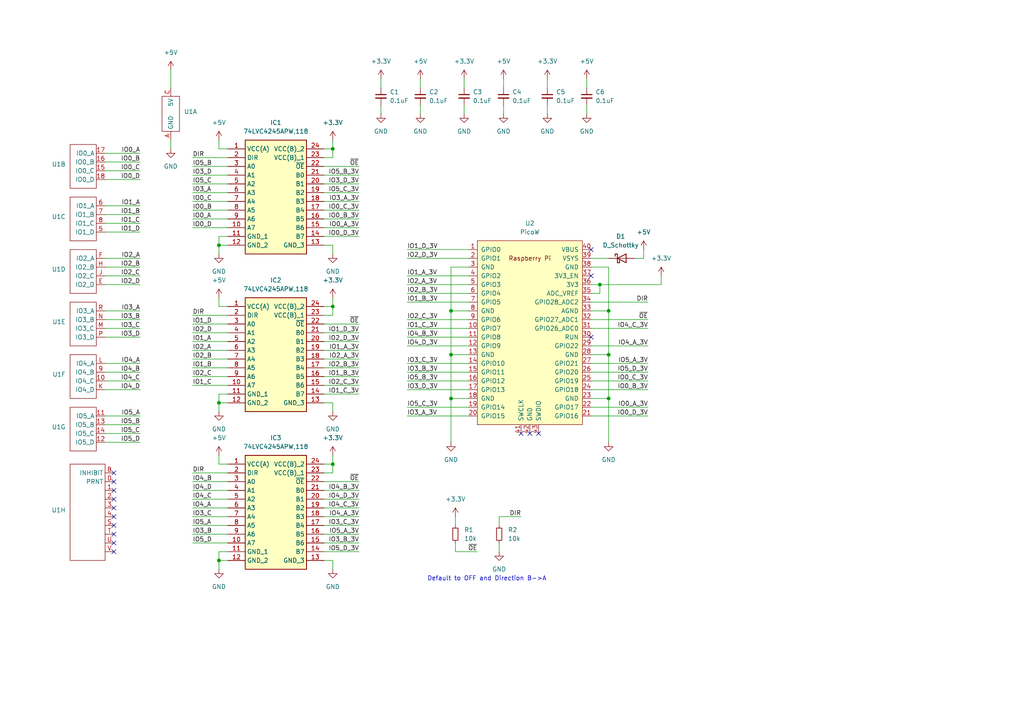
<source format=kicad_sch>
(kicad_sch (version 20231120) (generator "eeschema") (generator_version "8.0")
  (paper "A4")
  (title_block (title "HP 5x21 Interface (RPi Pico W Edition)") (date "2025-04-16") (rev "1.0") (company "alvarop.com"))
  (lib_symbols
    (symbol "Device:C_Small" (pin_numbers hide) (pin_names (offset 0.254) hide)
      (property "Reference" "C" (at 0.254 1.778 0))
      (property "Value" "C_Small" (at 0.254 -2.032 0))
      (symbol "C_Small_0_1"
        (polyline (pts (xy -1.524 -0.508) (xy 1.524 -0.508)) (stroke (width 0.3302)))
        (polyline (pts (xy -1.524 0.508) (xy 1.524 0.508)) (stroke (width 0.3048)))
      )
      (symbol "C_Small_1_1"
        (pin passive line (at 0 2.54 270) (length 2.032) (name "~") (number "1"))
        (pin passive line (at 0 -2.54 90) (length 2.032) (name "~") (number "2"))
      )
    )
    (symbol "Device:D_Schottky" (pin_numbers hide) (pin_names (offset 1.016) hide)
      (property "Reference" "D" (at 0 2.54 0))
      (property "Value" "D_Schottky" (at 0 -2.54 0))
      (symbol "D_Schottky_0_1"
        (polyline (pts (xy 1.27 0) (xy -1.27 0)))
        (polyline (pts (xy 1.27 1.27) (xy 1.27 -1.27) (xy -1.27 0) (xy 1.27 1.27)) (stroke (width 0.254)))
        (polyline (pts (xy -1.905 0.635) (xy -1.905 1.27) (xy -1.27 1.27) (xy -1.27 -1.27) (xy -0.635 -1.27) (xy -0.635 -0.635)) (stroke (width 0.254)))
      )
      (symbol "D_Schottky_1_1"
        (pin passive line (at -3.81 0 0) (length 2.54) (name "K") (number "1"))
        (pin passive line (at 3.81 0 180) (length 2.54) (name "A") (number "2"))
      )
    )
    (symbol "Device:R_Small" (pin_numbers hide) (pin_names (offset 0.254) hide)
      (property "Reference" "R" (at 0.762 0.508 0))
      (property "Value" "R_Small" (at 0.762 -1.016 0))
      (symbol "R_Small_0_1"
        (rectangle (start -0.762 1.778) (end 0.762 -1.778) (stroke (width 0.2032)))
      )
      (symbol "R_Small_1_1"
        (pin passive line (at 0 2.54 270) (length 0.762) (name "~") (number "1"))
        (pin passive line (at 0 -2.54 90) (length 0.762) (name "~") (number "2"))
      )
    )
    (symbol "RP2040:PicoW" (pin_names (offset 1.016))
      (property "Reference" "U" (at -13.97 27.94 0))
      (property "Value" "PicoW" (at 0 19.05 0))
      (symbol "PicoW_0_0"
        (text "Raspberry Pi" (at 0 21.59 0) (effects (font (size 1.27 1.27))))
      )
      (symbol "PicoW_0_1"
        (rectangle (start -15.24 26.67) (end 15.24 -26.67) (fill (type background)))
      )
      (symbol "PicoW_1_1"
        (pin bidirectional line (at -17.78 24.13 0) (length 2.54) (name "GPIO0") (number "1"))
        (pin bidirectional line (at -17.78 1.27 0) (length 2.54) (name "GPIO7") (number "10"))
        (pin bidirectional line (at -17.78 -1.27 0) (length 2.54) (name "GPIO8") (number "11"))
        (pin bidirectional line (at -17.78 -3.81 0) (length 2.54) (name "GPIO9") (number "12"))
        (pin power_in line (at -17.78 -6.35 0) (length 2.54) (name "GND") (number "13"))
        (pin bidirectional line (at -17.78 -8.89 0) (length 2.54) (name "GPIO10") (number "14"))
        (pin bidirectional line (at -17.78 -11.43 0) (length 2.54) (name "GPIO11") (number "15"))
        (pin bidirectional line (at -17.78 -13.97 0) (length 2.54) (name "GPIO12") (number "16"))
        (pin bidirectional line (at -17.78 -16.51 0) (length 2.54) (name "GPIO13") (number "17"))
        (pin power_in line (at -17.78 -19.05 0) (length 2.54) (name "GND") (number "18"))
        (pin bidirectional line (at -17.78 -21.59 0) (length 2.54) (name "GPIO14") (number "19"))
        (pin bidirectional line (at -17.78 21.59 0) (length 2.54) (name "GPIO1") (number "2"))
        (pin bidirectional line (at -17.78 -24.13 0) (length 2.54) (name "GPIO15") (number "20"))
        (pin bidirectional line (at 17.78 -24.13 180) (length 2.54) (name "GPIO16") (number "21"))
        (pin bidirectional line (at 17.78 -21.59 180) (length 2.54) (name "GPIO17") (number "22"))
        (pin power_in line (at 17.78 -19.05 180) (length 2.54) (name "GND") (number "23"))
        (pin bidirectional line (at 17.78 -16.51 180) (length 2.54) (name "GPIO18") (number "24"))
        (pin bidirectional line (at 17.78 -13.97 180) (length 2.54) (name "GPIO19") (number "25"))
        (pin bidirectional line (at 17.78 -11.43 180) (length 2.54) (name "GPIO20") (number "26"))
        (pin bidirectional line (at 17.78 -8.89 180) (length 2.54) (name "GPIO21") (number "27"))
        (pin power_in line (at 17.78 -6.35 180) (length 2.54) (name "GND") (number "28"))
        (pin bidirectional line (at 17.78 -3.81 180) (length 2.54) (name "GPIO22") (number "29"))
        (pin power_in line (at -17.78 19.05 0) (length 2.54) (name "GND") (number "3"))
        (pin input line (at 17.78 -1.27 180) (length 2.54) (name "RUN") (number "30"))
        (pin bidirectional line (at 17.78 1.27 180) (length 2.54) (name "GPIO26_ADC0") (number "31"))
        (pin bidirectional line (at 17.78 3.81 180) (length 2.54) (name "GPIO27_ADC1") (number "32"))
        (pin power_in line (at 17.78 6.35 180) (length 2.54) (name "AGND") (number "33"))
        (pin bidirectional line (at 17.78 8.89 180) (length 2.54) (name "GPIO28_ADC2") (number "34"))
        (pin unspecified line (at 17.78 11.43 180) (length 2.54) (name "ADC_VREF") (number "35"))
        (pin unspecified line (at 17.78 13.97 180) (length 2.54) (name "3V3") (number "36"))
        (pin input line (at 17.78 16.51 180) (length 2.54) (name "3V3_EN") (number "37"))
        (pin bidirectional line (at 17.78 19.05 180) (length 2.54) (name "GND") (number "38"))
        (pin unspecified line (at 17.78 21.59 180) (length 2.54) (name "VSYS") (number "39"))
        (pin bidirectional line (at -17.78 16.51 0) (length 2.54) (name "GPIO2") (number "4"))
        (pin unspecified line (at 17.78 24.13 180) (length 2.54) (name "VBUS") (number "40"))
        (pin input line (at -2.54 -29.21 90) (length 2.54) (name "SWCLK") (number "41"))
        (pin power_in line (at 0 -29.21 90) (length 2.54) (name "GND") (number "42"))
        (pin bidirectional line (at 2.54 -29.21 90) (length 2.54) (name "SWDIO") (number "43"))
        (pin bidirectional line (at -17.78 13.97 0) (length 2.54) (name "GPIO3") (number "5"))
        (pin bidirectional line (at -17.78 11.43 0) (length 2.54) (name "GPIO4") (number "6"))
        (pin bidirectional line (at -17.78 8.89 0) (length 2.54) (name "GPIO5") (number "7"))
        (pin power_in line (at -17.78 6.35 0) (length 2.54) (name "GND") (number "8"))
        (pin bidirectional line (at -17.78 3.81 0) (length 2.54) (name "GPIO6") (number "9"))
      )
    )
    (symbol "power:+3.3V" (power) (pin_numbers hide) (pin_names (offset 0) hide)
      (property "Value" "+3.3V" (at 0 3.556 0))
      (symbol "+3.3V_0_1"
        (polyline (pts (xy -0.762 1.27) (xy 0 2.54)))
        (polyline (pts (xy 0 0) (xy 0 2.54)))
        (polyline (pts (xy 0 2.54) (xy 0.762 1.27)))
      )
      (symbol "+3.3V_1_1"
        (pin power_in line (at 0 0 90) (length 0) (name "~") (number "1"))
      )
    )
    (symbol "power:+5V" (power) (pin_numbers hide) (pin_names (offset 0) hide)
      (property "Value" "+5V" (at 0 3.556 0))
      (symbol "+5V_0_1"
        (polyline (pts (xy -0.762 1.27) (xy 0 2.54)))
        (polyline (pts (xy 0 0) (xy 0 2.54)))
        (polyline (pts (xy 0 2.54) (xy 0.762 1.27)))
      )
      (symbol "+5V_1_1"
        (pin power_in line (at 0 0 90) (length 0) (name "~") (number "1"))
      )
    )
    (symbol "power:GND" (power) (pin_numbers hide) (pin_names (offset 0) hide)
      (property "Value" "GND" (at 0 -3.81 0))
      (symbol "GND_0_1"
        (polyline (pts (xy 0 0) (xy 0 -1.27) (xy 1.27 -1.27) (xy 0 -2.54) (xy -1.27 -1.27) (xy 0 -1.27)))
      )
      (symbol "GND_1_1"
        (pin power_in line (at 0 0 270) (length 0) (name "~") (number "1"))
      )
    )
    (symbol "quesadillon:5X21_backplane"
      (property "Reference" "U" (at 8.89 -14.224 0))
      (symbol "5X21_backplane_1_0"
        (pin power_out line (at 0 -7.62 90) (length 2.54) (name "GND") (number "A"))
        (pin power_out line (at 0 7.62 270) (length 2.54) (name "5V") (number "C"))
      )
      (symbol "5X21_backplane_1_1"
        (rectangle (start -2.54 5.08) (end 2.54 -5.08))
      )
      (symbol "5X21_backplane_2_0"
        (pin bidirectional line (at -2.54 0 0) (length 2.54) (name "IO0_C") (number "15"))
        (pin bidirectional line (at -2.54 2.54 0) (length 2.54) (name "IO0_B") (number "16"))
        (pin bidirectional line (at -2.54 5.08 0) (length 2.54) (name "IO0_A") (number "17"))
        (pin bidirectional line (at -2.54 -2.54 0) (length 2.54) (name "IO0_D") (number "18"))
      )
      (symbol "5X21_backplane_2_1"
        (rectangle (start 0 7.62) (end 7.62 -5.08))
      )
      (symbol "5X21_backplane_3_0"
        (pin bidirectional line (at -2.54 -2.54 0) (length 2.54) (name "IO1_D") (number "5"))
        (pin bidirectional line (at -2.54 5.08 0) (length 2.54) (name "IO1_A") (number "6"))
        (pin bidirectional line (at -2.54 2.54 0) (length 2.54) (name "IO1_B") (number "7"))
        (pin bidirectional line (at -2.54 0 0) (length 2.54) (name "IO1_C") (number "8"))
      )
      (symbol "5X21_backplane_3_1"
        (rectangle (start 0 7.62) (end 7.62 -5.08))
      )
      (symbol "5X21_backplane_4_0"
        (pin bidirectional line (at -2.54 -2.54 0) (length 2.54) (name "IO2_D") (number "E"))
        (pin bidirectional line (at -2.54 5.08 0) (length 2.54) (name "IO2_A") (number "F"))
        (pin bidirectional line (at -2.54 2.54 0) (length 2.54) (name "IO2_B") (number "H"))
        (pin bidirectional line (at -2.54 0 0) (length 2.54) (name "IO2_C") (number "J"))
      )
      (symbol "5X21_backplane_4_1"
        (rectangle (start 0 7.62) (end 7.62 -5.08))
      )
      (symbol "5X21_backplane_5_0"
        (pin bidirectional line (at -2.54 0 0) (length 2.54) (name "IO3_C") (number "M"))
        (pin bidirectional line (at -2.54 2.54 0) (length 2.54) (name "IO3_B") (number "N"))
        (pin bidirectional line (at -2.54 -2.54 0) (length 2.54) (name "IO3_D") (number "P"))
        (pin bidirectional line (at -2.54 5.08 0) (length 2.54) (name "IO3_A") (number "R"))
      )
      (symbol "5X21_backplane_5_1"
        (rectangle (start 0 7.62) (end 7.62 -5.08))
      )
      (symbol "5X21_backplane_6_0"
        (pin bidirectional line (at -2.54 0 0) (length 2.54) (name "IO4_C") (number "10"))
        (pin bidirectional line (at -2.54 2.54 0) (length 2.54) (name "IO4_B") (number "9"))
        (pin bidirectional line (at -2.54 -2.54 0) (length 2.54) (name "IO4_D") (number "K"))
        (pin bidirectional line (at -2.54 5.08 0) (length 2.54) (name "IO4_A") (number "L"))
      )
      (symbol "5X21_backplane_6_1"
        (rectangle (start 0 7.62) (end 7.62 -5.08))
      )
      (symbol "5X21_backplane_7_0"
        (pin bidirectional line (at -2.54 5.08 0) (length 2.54) (name "IO5_A") (number "11"))
        (pin bidirectional line (at -2.54 -2.54 0) (length 2.54) (name "IO5_D") (number "12"))
        (pin bidirectional line (at -2.54 2.54 0) (length 2.54) (name "IO5_B") (number "13"))
        (pin bidirectional line (at -2.54 0 0) (length 2.54) (name "IO5_C") (number "14"))
      )
      (symbol "5X21_backplane_7_1"
        (rectangle (start 0 7.62) (end 7.62 -5.08))
      )
      (symbol "5X21_backplane_8_0"
        (pin passive line (at -2.54 7.62 0) (length 2.54) (name "") (number "1"))
        (pin passive line (at -2.54 5.08 0) (length 2.54) (name "") (number "2"))
        (pin passive line (at -2.54 2.54 0) (length 2.54) (name "") (number "3"))
        (pin passive line (at -2.54 0 0) (length 2.54) (name "") (number "4"))
        (pin bidirectional line (at -2.54 12.7 0) (length 2.54) (name "INHIBIT") (number "B"))
        (pin bidirectional line (at -2.54 10.16 0) (length 2.54) (name "PRNT") (number "D"))
        (pin passive line (at -2.54 -2.54 0) (length 2.54) (name "") (number "S"))
        (pin passive line (at -2.54 -5.08 0) (length 2.54) (name "") (number "T"))
        (pin passive line (at -2.54 -7.62 0) (length 2.54) (name "") (number "U"))
        (pin passive line (at -2.54 -10.16 0) (length 2.54) (name "") (number "V"))
      )
      (symbol "5X21_backplane_8_1"
        (rectangle (start 0 15.24) (end 10.16 -12.7))
      )
    )
    (symbol "samacsys:74LVC4245APW,118"
      (property "Reference" "IC" (at -3.556 7.62 0))
      (property "Value" "74LVC4245APW,118" (at -3.556 5.08 0))
      (symbol "74LVC4245APW,118_1_1"
        (rectangle (start -7.62 2.54) (end 10.16 -30.48) (stroke (width 0.254)) (fill (type background)))
        (pin power_in line (at -12.7 0 0) (length 5.08) (name "VCC(A)") (number "1"))
        (pin bidirectional line (at -12.7 -22.86 0) (length 5.08) (name "A7") (number "10"))
        (pin power_in line (at -12.7 -25.4 0) (length 5.08) (name "GND_1") (number "11"))
        (pin power_in line (at -12.7 -27.94 0) (length 5.08) (name "GND_2") (number "12"))
        (pin power_in line (at 15.24 -27.94 180) (length 5.08) (name "GND_3") (number "13"))
        (pin bidirectional line (at 15.24 -25.4 180) (length 5.08) (name "B7") (number "14"))
        (pin bidirectional line (at 15.24 -22.86 180) (length 5.08) (name "B6") (number "15"))
        (pin bidirectional line (at 15.24 -20.32 180) (length 5.08) (name "B5") (number "16"))
        (pin bidirectional line (at 15.24 -17.78 180) (length 5.08) (name "B4") (number "17"))
        (pin bidirectional line (at 15.24 -15.24 180) (length 5.08) (name "B3") (number "18"))
        (pin bidirectional line (at 15.24 -12.7 180) (length 5.08) (name "B2") (number "19"))
        (pin input line (at -12.7 -2.54 0) (length 5.08) (name "DIR") (number "2"))
        (pin bidirectional line (at 15.24 -10.16 180) (length 5.08) (name "B1") (number "20"))
        (pin bidirectional line (at 15.24 -7.62 180) (length 5.08) (name "B0") (number "21"))
        (pin input line (at 15.24 -5.08 180) (length 5.08) (name "~{OE}") (number "22"))
        (pin power_in line (at 15.24 -2.54 180) (length 5.08) (name "VCC(B)_1") (number "23"))
        (pin power_in line (at 15.24 0 180) (length 5.08) (name "VCC(B)_2") (number "24"))
        (pin bidirectional line (at -12.7 -5.08 0) (length 5.08) (name "A0") (number "3"))
        (pin bidirectional line (at -12.7 -7.62 0) (length 5.08) (name "A1") (number "4"))
        (pin bidirectional line (at -12.7 -10.16 0) (length 5.08) (name "A2") (number "5"))
        (pin bidirectional line (at -12.7 -12.7 0) (length 5.08) (name "A3") (number "6"))
        (pin bidirectional line (at -12.7 -15.24 0) (length 5.08) (name "A4") (number "7"))
        (pin bidirectional line (at -12.7 -17.78 0) (length 5.08) (name "A5") (number "8"))
        (pin bidirectional line (at -12.7 -20.32 0) (length 5.08) (name "A6") (number "9"))
      )
    )
  )
  (junction (at 130.81 115.57))
  (junction (at 63.5 162.56))
  (junction (at 96.52 43.18))
  (junction (at 176.53 115.57))
  (junction (at 130.81 102.87))
  (junction (at 173.99 82.55))
  (junction (at 176.53 90.17))
  (junction (at 96.52 88.9))
  (junction (at 63.5 71.12))
  (junction (at 176.53 102.87))
  (junction (at 96.52 134.62))
  (junction (at 63.5 116.84))
  (junction (at 130.81 90.17))
  (no_connect (at 156.21 125.73))
  (no_connect (at 33.02 144.78))
  (no_connect (at 33.02 142.24))
  (no_connect (at 33.02 147.32))
  (no_connect (at 33.02 160.02))
  (no_connect (at 33.02 139.7))
  (no_connect (at 171.45 97.79))
  (no_connect (at 33.02 157.48))
  (no_connect (at 33.02 137.16))
  (no_connect (at 33.02 149.86))
  (no_connect (at 33.02 154.94))
  (no_connect (at 33.02 152.4))
  (no_connect (at 171.45 72.39))
  (no_connect (at 151.13 125.73))
  (no_connect (at 153.67 125.73))
  (no_connect (at 171.45 80.01))
  (wire (pts (xy 63.5 68.58) (xy 66.04 68.58)))
  (wire (pts (xy 55.88 66.04) (xy 66.04 66.04)))
  (wire (pts (xy 173.99 82.55) (xy 191.77 82.55)))
  (wire (pts (xy 130.81 90.17) (xy 130.81 102.87)))
  (wire (pts (xy 55.88 101.6) (xy 66.04 101.6)))
  (wire (pts (xy 104.14 99.06) (xy 93.98 99.06)))
  (wire (pts (xy 144.78 149.86) (xy 151.13 149.86)))
  (wire (pts (xy 104.14 68.58) (xy 93.98 68.58)))
  (wire (pts (xy 55.88 152.4) (xy 66.04 152.4)))
  (wire (pts (xy 118.11 120.65) (xy 135.89 120.65)))
  (wire (pts (xy 104.14 96.52) (xy 93.98 96.52)))
  (wire (pts (xy 186.69 72.39) (xy 186.69 74.93)))
  (wire (pts (xy 104.14 66.04) (xy 93.98 66.04)))
  (wire (pts (xy 96.52 119.38) (xy 96.52 116.84)))
  (wire (pts (xy 134.62 33.02) (xy 134.62 30.48)))
  (wire (pts (xy 55.88 45.72) (xy 66.04 45.72)))
  (wire (pts (xy 55.88 93.98) (xy 66.04 93.98)))
  (wire (pts (xy 187.96 95.25) (xy 171.45 95.25)))
  (wire (pts (xy 55.88 63.5) (xy 66.04 63.5)))
  (wire (pts (xy 118.11 82.55) (xy 135.89 82.55)))
  (wire (pts (xy 55.88 142.24) (xy 66.04 142.24)))
  (wire (pts (xy 104.14 111.76) (xy 93.98 111.76)))
  (wire (pts (xy 121.92 33.02) (xy 121.92 30.48)))
  (wire (pts (xy 104.14 157.48) (xy 93.98 157.48)))
  (wire (pts (xy 104.14 50.8) (xy 93.98 50.8)))
  (wire (pts (xy 171.45 102.87) (xy 176.53 102.87)))
  (wire (pts (xy 187.96 110.49) (xy 171.45 110.49)))
  (wire (pts (xy 104.14 147.32) (xy 93.98 147.32)))
  (wire (pts (xy 121.92 22.86) (xy 121.92 25.4)))
  (wire (pts (xy 96.52 88.9) (xy 93.98 88.9)))
  (wire (pts (xy 96.52 134.62) (xy 93.98 134.62)))
  (wire (pts (xy 118.11 118.11) (xy 135.89 118.11)))
  (wire (pts (xy 40.64 49.53) (xy 30.48 49.53)))
  (wire (pts (xy 63.5 162.56) (xy 63.5 160.02)))
  (wire (pts (xy 93.98 106.68) (xy 104.14 106.68)))
  (wire (pts (xy 40.64 46.99) (xy 30.48 46.99)))
  (wire (pts (xy 104.14 58.42) (xy 93.98 58.42)))
  (wire (pts (xy 66.04 116.84) (xy 63.5 116.84)))
  (wire (pts (xy 96.52 43.18) (xy 93.98 43.18)))
  (wire (pts (xy 63.5 88.9) (xy 66.04 88.9)))
  (wire (pts (xy 96.52 88.9) (xy 96.52 91.44)))
  (wire (pts (xy 130.81 90.17) (xy 135.89 90.17)))
  (wire (pts (xy 55.88 157.48) (xy 66.04 157.48)))
  (wire (pts (xy 96.52 43.18) (xy 96.52 45.72)))
  (wire (pts (xy 96.52 86.36) (xy 96.52 88.9)))
  (wire (pts (xy 173.99 85.09) (xy 173.99 82.55)))
  (wire (pts (xy 55.88 137.16) (xy 66.04 137.16)))
  (wire (pts (xy 55.88 58.42) (xy 66.04 58.42)))
  (wire (pts (xy 63.5 43.18) (xy 66.04 43.18)))
  (wire (pts (xy 146.05 22.86) (xy 146.05 25.4)))
  (wire (pts (xy 104.14 60.96) (xy 93.98 60.96)))
  (wire (pts (xy 63.5 71.12) (xy 63.5 73.66)))
  (wire (pts (xy 187.96 118.11) (xy 171.45 118.11)))
  (wire (pts (xy 55.88 55.88) (xy 66.04 55.88)))
  (wire (pts (xy 96.52 40.64) (xy 96.52 43.18)))
  (wire (pts (xy 187.96 107.95) (xy 171.45 107.95)))
  (wire (pts (xy 158.75 33.02) (xy 158.75 30.48)))
  (wire (pts (xy 40.64 125.73) (xy 30.48 125.73)))
  (wire (pts (xy 130.81 115.57) (xy 130.81 128.27)))
  (wire (pts (xy 130.81 102.87) (xy 130.81 115.57)))
  (wire (pts (xy 40.64 44.45) (xy 30.48 44.45)))
  (wire (pts (xy 130.81 102.87) (xy 135.89 102.87)))
  (wire (pts (xy 49.53 20.32) (xy 49.53 25.4)))
  (wire (pts (xy 118.11 113.03) (xy 135.89 113.03)))
  (wire (pts (xy 104.14 154.94) (xy 93.98 154.94)))
  (wire (pts (xy 171.45 92.71) (xy 187.96 92.71)))
  (wire (pts (xy 187.96 87.63) (xy 171.45 87.63)))
  (wire (pts (xy 55.88 96.52) (xy 66.04 96.52)))
  (wire (pts (xy 134.62 22.86) (xy 134.62 25.4)))
  (wire (pts (xy 40.64 59.69) (xy 30.48 59.69)))
  (wire (pts (xy 40.64 74.93) (xy 30.48 74.93)))
  (wire (pts (xy 55.88 99.06) (xy 66.04 99.06)))
  (wire (pts (xy 118.11 74.93) (xy 135.89 74.93)))
  (wire (pts (xy 118.11 97.79) (xy 135.89 97.79)))
  (wire (pts (xy 135.89 115.57) (xy 130.81 115.57)))
  (wire (pts (xy 144.78 152.4) (xy 144.78 149.86)))
  (wire (pts (xy 40.64 107.95) (xy 30.48 107.95)))
  (wire (pts (xy 170.18 22.86) (xy 170.18 25.4)))
  (wire (pts (xy 176.53 77.47) (xy 176.53 90.17)))
  (wire (pts (xy 171.45 77.47) (xy 176.53 77.47)))
  (wire (pts (xy 66.04 71.12) (xy 63.5 71.12)))
  (wire (pts (xy 118.11 110.49) (xy 135.89 110.49)))
  (wire (pts (xy 130.81 77.47) (xy 130.81 90.17)))
  (wire (pts (xy 104.14 53.34) (xy 93.98 53.34)))
  (wire (pts (xy 96.52 137.16) (xy 93.98 137.16)))
  (wire (pts (xy 49.53 40.64) (xy 49.53 43.18)))
  (wire (pts (xy 104.14 114.3) (xy 93.98 114.3)))
  (wire (pts (xy 176.53 115.57) (xy 176.53 128.27)))
  (wire (pts (xy 104.14 101.6) (xy 93.98 101.6)))
  (wire (pts (xy 171.45 90.17) (xy 176.53 90.17)))
  (wire (pts (xy 55.88 50.8) (xy 66.04 50.8)))
  (wire (pts (xy 40.64 67.31) (xy 30.48 67.31)))
  (wire (pts (xy 171.45 74.93) (xy 176.53 74.93)))
  (wire (pts (xy 55.88 60.96) (xy 66.04 60.96)))
  (wire (pts (xy 63.5 114.3) (xy 66.04 114.3)))
  (wire (pts (xy 55.88 139.7) (xy 66.04 139.7)))
  (wire (pts (xy 55.88 106.68) (xy 66.04 106.68)))
  (wire (pts (xy 118.11 92.71) (xy 135.89 92.71)))
  (wire (pts (xy 40.64 80.01) (xy 30.48 80.01)))
  (wire (pts (xy 104.14 152.4) (xy 93.98 152.4)))
  (wire (pts (xy 135.89 77.47) (xy 130.81 77.47)))
  (wire (pts (xy 118.11 80.01) (xy 135.89 80.01)))
  (wire (pts (xy 40.64 95.25) (xy 30.48 95.25)))
  (wire (pts (xy 55.88 144.78) (xy 66.04 144.78)))
  (wire (pts (xy 176.53 90.17) (xy 176.53 102.87)))
  (wire (pts (xy 171.45 115.57) (xy 176.53 115.57)))
  (wire (pts (xy 55.88 109.22) (xy 66.04 109.22)))
  (wire (pts (xy 187.96 105.41) (xy 171.45 105.41)))
  (wire (pts (xy 118.11 87.63) (xy 135.89 87.63)))
  (wire (pts (xy 40.64 120.65) (xy 30.48 120.65)))
  (wire (pts (xy 158.75 22.86) (xy 158.75 25.4)))
  (wire (pts (xy 66.04 162.56) (xy 63.5 162.56)))
  (wire (pts (xy 96.52 162.56) (xy 93.98 162.56)))
  (wire (pts (xy 118.11 72.39) (xy 135.89 72.39)))
  (wire (pts (xy 40.64 77.47) (xy 30.48 77.47)))
  (wire (pts (xy 55.88 147.32) (xy 66.04 147.32)))
  (wire (pts (xy 187.96 100.33) (xy 171.45 100.33)))
  (wire (pts (xy 40.64 90.17) (xy 30.48 90.17)))
  (wire (pts (xy 96.52 71.12) (xy 93.98 71.12)))
  (wire (pts (xy 55.88 91.44) (xy 66.04 91.44)))
  (wire (pts (xy 96.52 91.44) (xy 93.98 91.44)))
  (wire (pts (xy 187.96 120.65) (xy 171.45 120.65)))
  (wire (pts (xy 40.64 110.49) (xy 30.48 110.49)))
  (wire (pts (xy 132.08 160.02) (xy 138.43 160.02)))
  (wire (pts (xy 118.11 100.33) (xy 135.89 100.33)))
  (wire (pts (xy 146.05 33.02) (xy 146.05 30.48)))
  (wire (pts (xy 40.64 128.27) (xy 30.48 128.27)))
  (wire (pts (xy 96.52 134.62) (xy 96.52 137.16)))
  (wire (pts (xy 63.5 116.84) (xy 63.5 119.38)))
  (wire (pts (xy 132.08 149.86) (xy 132.08 152.4)))
  (wire (pts (xy 110.49 22.86) (xy 110.49 25.4)))
  (wire (pts (xy 187.96 113.03) (xy 171.45 113.03)))
  (wire (pts (xy 96.52 132.08) (xy 96.52 134.62)))
  (wire (pts (xy 104.14 142.24) (xy 93.98 142.24)))
  (wire (pts (xy 40.64 105.41) (xy 30.48 105.41)))
  (wire (pts (xy 171.45 85.09) (xy 173.99 85.09)))
  (wire (pts (xy 176.53 102.87) (xy 176.53 115.57)))
  (wire (pts (xy 55.88 104.14) (xy 66.04 104.14)))
  (wire (pts (xy 96.52 45.72) (xy 93.98 45.72)))
  (wire (pts (xy 40.64 92.71) (xy 30.48 92.71)))
  (wire (pts (xy 63.5 71.12) (xy 63.5 68.58)))
  (wire (pts (xy 55.88 149.86) (xy 66.04 149.86)))
  (wire (pts (xy 55.88 111.76) (xy 66.04 111.76)))
  (wire (pts (xy 104.14 63.5) (xy 93.98 63.5)))
  (wire (pts (xy 96.52 116.84) (xy 93.98 116.84)))
  (wire (pts (xy 93.98 93.98) (xy 104.14 93.98)))
  (wire (pts (xy 96.52 165.1) (xy 96.52 162.56)))
  (wire (pts (xy 63.5 162.56) (xy 63.5 165.1)))
  (wire (pts (xy 144.78 157.48) (xy 144.78 160.02)))
  (wire (pts (xy 40.64 97.79) (xy 30.48 97.79)))
  (wire (pts (xy 63.5 132.08) (xy 63.5 134.62)))
  (wire (pts (xy 40.64 62.23) (xy 30.48 62.23)))
  (wire (pts (xy 40.64 64.77) (xy 30.48 64.77)))
  (wire (pts (xy 63.5 116.84) (xy 63.5 114.3)))
  (wire (pts (xy 104.14 55.88) (xy 93.98 55.88)))
  (wire (pts (xy 135.89 85.09) (xy 118.11 85.09)))
  (wire (pts (xy 104.14 104.14) (xy 93.98 104.14)))
  (wire (pts (xy 171.45 82.55) (xy 173.99 82.55)))
  (wire (pts (xy 63.5 160.02) (xy 66.04 160.02)))
  (wire (pts (xy 55.88 154.94) (xy 66.04 154.94)))
  (wire (pts (xy 132.08 157.48) (xy 132.08 160.02)))
  (wire (pts (xy 170.18 33.02) (xy 170.18 30.48)))
  (wire (pts (xy 110.49 33.02) (xy 110.49 30.48)))
  (wire (pts (xy 104.14 149.86) (xy 93.98 149.86)))
  (wire (pts (xy 186.69 74.93) (xy 184.15 74.93)))
  (wire (pts (xy 104.14 109.22) (xy 93.98 109.22)))
  (wire (pts (xy 93.98 48.26) (xy 104.14 48.26)))
  (wire (pts (xy 55.88 48.26) (xy 66.04 48.26)))
  (wire (pts (xy 40.64 82.55) (xy 30.48 82.55)))
  (wire (pts (xy 63.5 40.64) (xy 63.5 43.18)))
  (wire (pts (xy 63.5 134.62) (xy 66.04 134.62)))
  (wire (pts (xy 40.64 52.07) (xy 30.48 52.07)))
  (wire (pts (xy 55.88 53.34) (xy 66.04 53.34)))
  (wire (pts (xy 191.77 80.01) (xy 191.77 82.55)))
  (wire (pts (xy 93.98 139.7) (xy 104.14 139.7)))
  (wire (pts (xy 96.52 73.66) (xy 96.52 71.12)))
  (wire (pts (xy 104.14 160.02) (xy 93.98 160.02)))
  (wire (pts (xy 63.5 86.36) (xy 63.5 88.9)))
  (wire (pts (xy 40.64 123.19) (xy 30.48 123.19)))
  (wire (pts (xy 40.64 113.03) (xy 30.48 113.03)))
  (wire (pts (xy 118.11 105.41) (xy 135.89 105.41)))
  (wire (pts (xy 118.11 95.25) (xy 135.89 95.25)))
  (wire (pts (xy 104.14 144.78) (xy 93.98 144.78)))
  (wire (pts (xy 118.11 107.95) (xy 135.89 107.95)))
  (text "Default to OFF and Direction B->A" (at 141.224 167.894 0) (effects (font (size 1.27 1.27))))
  (label "IO0_D" (at 55.88 66.04 0))
  (label "IO3_B_3V" (at 104.14 157.48 180))
  (label "IO1_D" (at 55.88 93.98 0))
  (label "IO3_C" (at 40.64 95.25 180))
  (label "IO4_C_3V" (at 187.96 95.25 180))
  (label "IO1_B_3V" (at 104.14 109.22 180))
  (label "IO0_A" (at 55.88 63.5 0))
  (label "IO1_A_3V" (at 118.11 80.01 0))
  (label "IO5_D" (at 55.88 157.48 0))
  (label "IO0_B" (at 55.88 60.96 0))
  (label "IO0_D" (at 40.64 52.07 180))
  (label "IO2_A_3V" (at 104.14 104.14 180))
  (label "IO2_C_3V" (at 104.14 111.76 180))
  (label "IO5_B_3V" (at 118.11 110.49 0))
  (label "IO0_A_3V" (at 104.14 66.04 180))
  (label "IO5_B" (at 55.88 48.26 0))
  (label "IO0_C" (at 40.64 49.53 180))
  (label "IO2_D" (at 40.64 82.55 180))
  (label "IO3_A" (at 55.88 55.88 0))
  (label "~{OE}" (at 187.96 92.71 180))
  (label "IO5_A" (at 55.88 152.4 0))
  (label "DIR" (at 151.13 149.86 180))
  (label "IO2_A" (at 40.64 74.93 180))
  (label "~{OE}" (at 104.14 93.98 180))
  (label "IO5_B" (at 40.64 123.19 180))
  (label "~{OE}" (at 138.43 160.02 180))
  (label "IO3_D" (at 40.64 97.79 180))
  (label "DIR" (at 55.88 45.72 0))
  (label "DIR" (at 187.96 87.63 180))
  (label "IO5_A" (at 40.64 120.65 180))
  (label "IO0_B_3V" (at 187.96 113.03 180))
  (label "IO2_B_3V" (at 118.11 85.09 0))
  (label "IO1_D" (at 40.64 67.31 180))
  (label "IO1_B_3V" (at 118.11 87.63 0))
  (label "IO0_D_3V" (at 104.14 68.58 180))
  (label "IO2_B" (at 55.88 104.14 0))
  (label "IO4_C" (at 55.88 144.78 0))
  (label "IO2_D_3V" (at 104.14 99.06 180))
  (label "IO5_C" (at 55.88 53.34 0))
  (label "IO1_D_3V" (at 104.14 96.52 180))
  (label "~{OE}" (at 104.14 139.7 180))
  (label "IO4_A" (at 55.88 147.32 0))
  (label "IO1_C" (at 40.64 64.77 180))
  (label "IO2_D_3V" (at 118.11 74.93 0))
  (label "DIR" (at 55.88 91.44 0))
  (label "IO4_D" (at 55.88 142.24 0))
  (label "IO1_B" (at 40.64 62.23 180))
  (label "IO4_B_3V" (at 118.11 97.79 0))
  (label "IO5_B_3V" (at 104.14 50.8 180))
  (label "IO1_C_3V" (at 118.11 95.25 0))
  (label "IO0_C_3V" (at 187.96 110.49 180))
  (label "IO1_D_3V" (at 118.11 72.39 0))
  (label "IO3_C" (at 55.88 149.86 0))
  (label "IO0_B_3V" (at 104.14 63.5 180))
  (label "IO3_B" (at 55.88 154.94 0))
  (label "IO4_A_3V" (at 104.14 149.86 180))
  (label "IO4_D_3V" (at 104.14 144.78 180))
  (label "IO1_A" (at 55.88 99.06 0))
  (label "DIR" (at 55.88 137.16 0))
  (label "IO4_B_3V" (at 104.14 142.24 180))
  (label "IO2_C" (at 40.64 80.01 180))
  (label "IO2_B_3V" (at 104.14 106.68 180))
  (label "IO2_C_3V" (at 118.11 92.71 0))
  (label "IO5_D" (at 40.64 128.27 180))
  (label "IO0_D_3V" (at 187.96 120.65 180))
  (label "IO4_C_3V" (at 104.14 147.32 180))
  (label "IO4_B" (at 55.88 139.7 0))
  (label "IO5_A_3V" (at 104.14 154.94 180))
  (label "IO3_D" (at 55.88 50.8 0))
  (label "IO5_D_3V" (at 104.14 160.02 180))
  (label "IO5_C_3V" (at 104.14 55.88 180))
  (label "IO3_C_3V" (at 104.14 152.4 180))
  (label "IO5_C_3V" (at 118.11 118.11 0))
  (label "IO1_B" (at 55.88 106.68 0))
  (label "IO2_A_3V" (at 118.11 82.55 0))
  (label "IO2_C" (at 55.88 109.22 0))
  (label "IO5_C" (at 40.64 125.73 180))
  (label "IO3_D_3V" (at 118.11 113.03 0))
  (label "IO4_A_3V" (at 187.96 100.33 180))
  (label "IO3_B_3V" (at 118.11 107.95 0))
  (label "IO5_A_3V" (at 187.96 105.41 180))
  (label "IO3_B" (at 40.64 92.71 180))
  (label "IO0_A" (at 40.64 44.45 180))
  (label "IO4_A" (at 40.64 105.41 180))
  (label "IO3_C_3V" (at 118.11 105.41 0))
  (label "IO0_C_3V" (at 104.14 60.96 180))
  (label "IO4_D_3V" (at 118.11 100.33 0))
  (label "IO1_A" (at 40.64 59.69 180))
  (label "IO1_A_3V" (at 104.14 101.6 180))
  (label "IO1_C" (at 55.88 111.76 0))
  (label "IO2_A" (at 55.88 101.6 0))
  (label "IO2_B" (at 40.64 77.47 180))
  (label "IO4_C" (at 40.64 110.49 180))
  (label "IO2_D" (at 55.88 96.52 0))
  (label "IO0_C" (at 55.88 58.42 0))
  (label "IO1_C_3V" (at 104.14 114.3 180))
  (label "IO5_D_3V" (at 187.96 107.95 180))
  (label "IO4_D" (at 40.64 113.03 180))
  (label "IO0_A_3V" (at 187.96 118.11 180))
  (label "IO0_B" (at 40.64 46.99 180))
  (label "~{OE}" (at 104.14 48.26 180))
  (label "IO3_A_3V" (at 104.14 58.42 180))
  (label "IO3_D_3V" (at 104.14 53.34 180))
  (label "IO4_B" (at 40.64 107.95 180))
  (label "IO3_A" (at 40.64 90.17 180))
  (label "IO3_A_3V" (at 118.11 120.65 0))
  (symbol (lib_id "power:GND") (at 144.78 160.02 0) (unit 1)
    (property "Reference" "#PWR32" (effects (hide yes)))
    (property "Value" "GND" (at 144.78 165.1 0))
    (property "Description" "Power symbol creates a global label with name \"GND\" , ground" (effects (hide yes)))
  )
  (symbol (lib_id "power:GND") (at 110.49 33.02 0) (unit 1)
    (property "Reference" "#PWR21" (effects (hide yes)))
    (property "Value" "GND" (at 110.49 38.1 0))
    (property "Description" "Power symbol creates a global label with name \"GND\" , ground" (effects (hide yes)))
  )
  (symbol (lib_id "samacsys:74LVC4245APW,118") (at 78.74 88.9 0) (unit 1)
    (property "Reference" "IC2" (at 80.01 81.28 0))
    (property "Value" "74LVC4245APW,118" (at 80.01 83.82 0))
    (property "Footprint" "samacsys:SOP65P640X110-24N" (effects (hide yes)))
    (property "Datasheet" "https://assets.nexperia.com/documents/data-sheet/74LVC4245A.pdf" (effects (hide yes)))
    (property "Description" "74LVC4245A - Octal dual supply translating transceiver; 3-state@en-us" (effects (hide yes)))
    (property "MPN" "74LVC4245APW,118" (effects (hide yes)))
    (property "Manufacturer" "Nexperia" (effects (hide yes)))
  )
  (symbol (lib_id "quesadillon:5X21_backplane") (at 27.94 125.73 0) (mirror y) (unit 7)
    (property "Reference" "U1" (at 19.05 123.8249 0) (effects (justify left)))
    (property "Value" "307-036-520-201" (effects (hide yes)))
    (property "Footprint" "alvarop:305-036-520-202" (effects (hide yes)))
    (property "MPN" "305-036-520-202" (effects (hide yes)))
    (property "Manufacturer" "EDAC Inc." (effects (hide yes)))
  )
  (symbol (lib_id "power:+3.3V") (at 96.52 132.08 0) (unit 1)
    (property "Reference" "#PWR18" (effects (hide yes)))
    (property "Value" "+3.3V" (at 96.52 127 0))
    (property "Description" "Power symbol creates a global label with name \"+3.3V\"" (effects (hide yes)))
  )
  (symbol (lib_id "power:GND") (at 96.52 165.1 0) (unit 1)
    (property "Reference" "#PWR12" (effects (hide yes)))
    (property "Value" "GND" (at 96.52 170.18 0))
    (property "Description" "Power symbol creates a global label with name \"GND\" , ground" (effects (hide yes)))
  )
  (symbol (lib_id "power:GND") (at 134.62 33.02 0) (unit 1)
    (property "Reference" "#PWR24" (effects (hide yes)))
    (property "Value" "GND" (at 134.62 38.1 0))
    (property "Description" "Power symbol creates a global label with name \"GND\" , ground" (effects (hide yes)))
  )
  (symbol (lib_id "power:+5V") (at 170.18 22.86 0) (unit 1)
    (property "Reference" "#PWR29" (effects (hide yes)))
    (property "Value" "+5V" (at 170.18 17.78 0))
    (property "Description" "Power symbol creates a global label with name \"+5V\"" (effects (hide yes)))
  )
  (symbol (lib_id "power:+5V") (at 146.05 22.86 0) (unit 1)
    (property "Reference" "#PWR25" (effects (hide yes)))
    (property "Value" "+5V" (at 146.05 17.78 0))
    (property "Description" "Power symbol creates a global label with name \"+5V\"" (effects (hide yes)))
  )
  (symbol (lib_id "power:GND") (at 49.53 43.18 0) (unit 1)
    (property "Reference" "#PWR1" (effects (hide yes)))
    (property "Value" "GND" (at 49.53 48.26 0))
    (property "Description" "Power symbol creates a global label with name \"GND\" , ground" (effects (hide yes)))
  )
  (symbol (lib_id "samacsys:74LVC4245APW,118") (at 78.74 43.18 0) (unit 1)
    (property "Reference" "IC1" (at 80.01 35.56 0))
    (property "Value" "74LVC4245APW,118" (at 80.01 38.1 0))
    (property "Footprint" "samacsys:SOP65P640X110-24N" (effects (hide yes)))
    (property "Datasheet" "https://assets.nexperia.com/documents/data-sheet/74LVC4245A.pdf" (effects (hide yes)))
    (property "Description" "74LVC4245A - Octal dual supply translating transceiver; 3-state@en-us" (effects (hide yes)))
    (property "MPN" "74LVC4245APW,118" (effects (hide yes)))
    (property "Manufacturer" "Nexperia" (effects (hide yes)))
  )
  (symbol (lib_id "Device:C_Small") (at 121.92 27.94 0) (unit 1)
    (property "Reference" "C2" (at 124.46 26.6762 0) (effects (justify left)))
    (property "Value" "0.1uF" (at 124.46 29.2162 0) (effects (justify left)))
    (property "Footprint" "Capacitor_SMD:C_0402_1005Metric" (effects (hide yes)))
    (property "Description" "Unpolarized capacitor, small symbol" (effects (hide yes)))
  )
  (symbol (lib_id "power:GND") (at 146.05 33.02 0) (unit 1)
    (property "Reference" "#PWR26" (effects (hide yes)))
    (property "Value" "GND" (at 146.05 38.1 0))
    (property "Description" "Power symbol creates a global label with name \"GND\" , ground" (effects (hide yes)))
  )
  (symbol (lib_id "power:+5V") (at 63.5 132.08 0) (unit 1)
    (property "Reference" "#PWR15" (effects (hide yes)))
    (property "Value" "+5V" (at 63.5 127 0))
    (property "Description" "Power symbol creates a global label with name \"+5V\"" (effects (hide yes)))
  )
  (symbol (lib_id "power:+3.3V") (at 96.52 86.36 0) (unit 1)
    (property "Reference" "#PWR16" (effects (hide yes)))
    (property "Value" "+3.3V" (at 96.52 81.28 0))
    (property "Description" "Power symbol creates a global label with name \"+3.3V\"" (effects (hide yes)))
  )
  (symbol (lib_id "Device:R_Small") (at 144.78 154.94 0) (unit 1)
    (property "Reference" "R2" (at 147.32 153.6699 0) (effects (justify left)))
    (property "Value" "10k" (at 147.32 156.2099 0) (effects (justify left)))
    (property "Footprint" "Resistor_SMD:R_0402_1005Metric" (effects (hide yes)))
    (property "Description" "Resistor, small symbol" (effects (hide yes)))
  )
  (symbol (lib_id "power:+5V") (at 121.92 22.86 0) (unit 1)
    (property "Reference" "#PWR19" (effects (hide yes)))
    (property "Value" "+5V" (at 121.92 17.78 0))
    (property "Description" "Power symbol creates a global label with name \"+5V\"" (effects (hide yes)))
  )
  (symbol (lib_id "power:+5V") (at 186.69 72.39 0) (unit 1)
    (property "Reference" "#PWR3" (effects (hide yes)))
    (property "Value" "+5V" (at 186.69 67.31 0))
    (property "Description" "Power symbol creates a global label with name \"+5V\"" (effects (hide yes)))
  )
  (symbol (lib_id "power:GND") (at 170.18 33.02 0) (unit 1)
    (property "Reference" "#PWR30" (effects (hide yes)))
    (property "Value" "GND" (at 170.18 38.1 0))
    (property "Description" "Power symbol creates a global label with name \"GND\" , ground" (effects (hide yes)))
  )
  (symbol (lib_id "power:+3.3V") (at 191.77 80.01 0) (unit 1)
    (property "Reference" "#PWR4" (effects (hide yes)))
    (property "Value" "+3.3V" (at 191.77 74.93 0))
    (property "Description" "Power symbol creates a global label with name \"+3.3V\"" (effects (hide yes)))
  )
  (symbol (lib_id "Device:C_Small") (at 170.18 27.94 0) (unit 1)
    (property "Reference" "C6" (at 172.72 26.6762 0) (effects (justify left)))
    (property "Value" "0.1uF" (at 172.72 29.2162 0) (effects (justify left)))
    (property "Footprint" "Capacitor_SMD:C_0402_1005Metric" (effects (hide yes)))
    (property "Description" "Unpolarized capacitor, small symbol" (effects (hide yes)))
  )
  (symbol (lib_id "power:+5V") (at 63.5 86.36 0) (unit 1)
    (property "Reference" "#PWR14" (effects (hide yes)))
    (property "Value" "+5V" (at 63.5 81.28 0))
    (property "Description" "Power symbol creates a global label with name \"+5V\"" (effects (hide yes)))
  )
  (symbol (lib_id "power:+3.3V") (at 134.62 22.86 0) (unit 1)
    (property "Reference" "#PWR23" (effects (hide yes)))
    (property "Value" "+3.3V" (at 134.62 17.78 0))
    (property "Description" "Power symbol creates a global label with name \"+3.3V\"" (effects (hide yes)))
  )
  (symbol (lib_id "power:GND") (at 96.52 119.38 0) (unit 1)
    (property "Reference" "#PWR10" (effects (hide yes)))
    (property "Value" "GND" (at 96.52 124.46 0))
    (property "Description" "Power symbol creates a global label with name \"GND\" , ground" (effects (hide yes)))
  )
  (symbol (lib_id "quesadillon:5X21_backplane") (at 27.94 80.01 0) (mirror y) (unit 4)
    (property "Reference" "U1" (at 19.05 78.1049 0) (effects (justify left)))
    (property "Value" "307-036-520-201" (effects (hide yes)))
    (property "Footprint" "alvarop:305-036-520-202" (effects (hide yes)))
    (property "MPN" "305-036-520-202" (effects (hide yes)))
    (property "Manufacturer" "EDAC Inc." (effects (hide yes)))
  )
  (symbol (lib_id "quesadillon:5X21_backplane") (at 27.94 64.77 0) (mirror y) (unit 3)
    (property "Reference" "U1" (at 19.05 62.8649 0) (effects (justify left)))
    (property "Value" "307-036-520-201" (effects (hide yes)))
    (property "Footprint" "alvarop:305-036-520-202" (effects (hide yes)))
    (property "MPN" "305-036-520-202" (effects (hide yes)))
    (property "Manufacturer" "EDAC Inc." (effects (hide yes)))
  )
  (symbol (lib_id "power:GND") (at 121.92 33.02 0) (unit 1)
    (property "Reference" "#PWR20" (effects (hide yes)))
    (property "Value" "GND" (at 121.92 38.1 0))
    (property "Description" "Power symbol creates a global label with name \"GND\" , ground" (effects (hide yes)))
  )
  (symbol (lib_id "Device:C_Small") (at 134.62 27.94 0) (unit 1)
    (property "Reference" "C3" (at 137.16 26.6762 0) (effects (justify left)))
    (property "Value" "0.1uF" (at 137.16 29.2162 0) (effects (justify left)))
    (property "Footprint" "Capacitor_SMD:C_0402_1005Metric" (effects (hide yes)))
    (property "Description" "Unpolarized capacitor, small symbol" (effects (hide yes)))
  )
  (symbol (lib_id "power:+3.3V") (at 110.49 22.86 0) (unit 1)
    (property "Reference" "#PWR22" (effects (hide yes)))
    (property "Value" "+3.3V" (at 110.49 17.78 0))
    (property "Description" "Power symbol creates a global label with name \"+3.3V\"" (effects (hide yes)))
  )
  (symbol (lib_id "power:+5V") (at 63.5 40.64 0) (unit 1)
    (property "Reference" "#PWR13" (effects (hide yes)))
    (property "Value" "+5V" (at 63.5 35.56 0))
    (property "Description" "Power symbol creates a global label with name \"+5V\"" (effects (hide yes)))
  )
  (symbol (lib_id "power:+3.3V") (at 158.75 22.86 0) (unit 1)
    (property "Reference" "#PWR27" (effects (hide yes)))
    (property "Value" "+3.3V" (at 158.75 17.78 0))
    (property "Description" "Power symbol creates a global label with name \"+3.3V\"" (effects (hide yes)))
  )
  (symbol (lib_id "power:+3.3V") (at 132.08 149.86 0) (unit 1)
    (property "Reference" "#PWR31" (effects (hide yes)))
    (property "Value" "+3.3V" (at 132.08 144.78 0))
    (property "Description" "Power symbol creates a global label with name \"+3.3V\"" (effects (hide yes)))
  )
  (symbol (lib_id "samacsys:74LVC4245APW,118") (at 78.74 134.62 0) (unit 1)
    (property "Reference" "IC3" (at 80.01 127 0))
    (property "Value" "74LVC4245APW,118" (at 80.01 129.54 0))
    (property "Footprint" "samacsys:SOP65P640X110-24N" (effects (hide yes)))
    (property "Datasheet" "https://assets.nexperia.com/documents/data-sheet/74LVC4245A.pdf" (effects (hide yes)))
    (property "Description" "74LVC4245A - Octal dual supply translating transceiver; 3-state@en-us" (effects (hide yes)))
    (property "MPN" "74LVC4245APW,118" (effects (hide yes)))
    (property "Manufacturer" "Nexperia" (effects (hide yes)))
  )
  (symbol (lib_id "quesadillon:5X21_backplane") (at 49.53 33.02 0) (unit 1)
    (property "Reference" "U1" (at 53.34 32.3849 0) (effects (justify left)))
    (property "Value" "307-036-520-201" (effects (hide yes)))
    (property "Footprint" "alvarop:305-036-520-202" (effects (hide yes)))
    (property "MPN" "305-036-520-202" (effects (hide yes)))
    (property "Manufacturer" "EDAC Inc." (effects (hide yes)))
  )
  (symbol (lib_id "power:GND") (at 63.5 73.66 0) (unit 1)
    (property "Reference" "#PWR8" (effects (hide yes)))
    (property "Value" "GND" (at 63.5 78.74 0))
    (property "Description" "Power symbol creates a global label with name \"GND\" , ground" (effects (hide yes)))
  )
  (symbol (lib_id "RP2040:PicoW") (at 153.67 96.52 0) (unit 1)
    (property "Reference" "U2" (at 153.67 64.77 0))
    (property "Value" "PicoW" (at 153.67 67.31 0))
    (property "Footprint" "RP2040:RPi_PicoW_SMD_TH" (effects (hide yes)))
    (property "MPN" "SC0918" (effects (hide yes)))
  )
  (symbol (lib_id "Device:D_Schottky") (at 180.34 74.93 0) (unit 1)
    (property "Reference" "D1" (at 180.0225 68.58 0))
    (property "Value" "D_Schottky" (at 180.0225 71.12 0))
    (property "Footprint" "Diode_SMD:D_SOD-123" (effects (hide yes)))
    (property "Description" "Schottky diode" (effects (hide yes)))
    (property "MPN" "MBR0520LT1G" (effects (hide yes)))
    (property "Manufacturer" "onsemi" (effects (hide yes)))
  )
  (symbol (lib_id "quesadillon:5X21_backplane") (at 27.94 49.53 0) (mirror y) (unit 2)
    (property "Reference" "U1" (at 19.05 47.6249 0) (effects (justify left)))
    (property "Value" "307-036-520-201" (effects (hide yes)))
    (property "Footprint" "alvarop:305-036-520-202" (effects (hide yes)))
    (property "MPN" "305-036-520-202" (effects (hide yes)))
    (property "Manufacturer" "EDAC Inc." (effects (hide yes)))
  )
  (symbol (lib_id "Device:C_Small") (at 146.05 27.94 0) (unit 1)
    (property "Reference" "C4" (at 148.59 26.6762 0) (effects (justify left)))
    (property "Value" "0.1uF" (at 148.59 29.2162 0) (effects (justify left)))
    (property "Footprint" "Capacitor_SMD:C_0402_1005Metric" (effects (hide yes)))
    (property "Description" "Unpolarized capacitor, small symbol" (effects (hide yes)))
  )
  (symbol (lib_id "power:+3.3V") (at 96.52 40.64 0) (unit 1)
    (property "Reference" "#PWR17" (effects (hide yes)))
    (property "Value" "+3.3V" (at 96.52 35.56 0))
    (property "Description" "Power symbol creates a global label with name \"+3.3V\"" (effects (hide yes)))
  )
  (symbol (lib_id "Device:C_Small") (at 110.49 27.94 0) (unit 1)
    (property "Reference" "C1" (at 113.03 26.6762 0) (effects (justify left)))
    (property "Value" "0.1uF" (at 113.03 29.2162 0) (effects (justify left)))
    (property "Footprint" "Capacitor_SMD:C_0402_1005Metric" (effects (hide yes)))
    (property "Description" "Unpolarized capacitor, small symbol" (effects (hide yes)))
  )
  (symbol (lib_id "power:+5V") (at 49.53 20.32 0) (unit 1)
    (property "Reference" "#PWR2" (effects (hide yes)))
    (property "Value" "+5V" (at 49.53 15.24 0))
    (property "Description" "Power symbol creates a global label with name \"+5V\"" (effects (hide yes)))
  )
  (symbol (lib_id "power:GND") (at 63.5 119.38 0) (unit 1)
    (property "Reference" "#PWR9" (effects (hide yes)))
    (property "Value" "GND" (at 63.5 124.46 0))
    (property "Description" "Power symbol creates a global label with name \"GND\" , ground" (effects (hide yes)))
  )
  (symbol (lib_id "power:GND") (at 63.5 165.1 0) (unit 1)
    (property "Reference" "#PWR11" (effects (hide yes)))
    (property "Value" "GND" (at 63.5 170.18 0))
    (property "Description" "Power symbol creates a global label with name \"GND\" , ground" (effects (hide yes)))
  )
  (symbol (lib_id "power:GND") (at 130.81 128.27 0) (unit 1)
    (property "Reference" "#PWR5" (effects (hide yes)))
    (property "Value" "GND" (at 130.81 133.35 0))
    (property "Description" "Power symbol creates a global label with name \"GND\" , ground" (effects (hide yes)))
  )
  (symbol (lib_id "quesadillon:5X21_backplane") (at 30.48 149.86 0) (mirror y) (unit 8)
    (property "Reference" "U1" (at 19.05 147.9549 0) (effects (justify left)))
    (property "Value" "307-036-520-201" (effects (hide yes)))
    (property "Footprint" "alvarop:305-036-520-202" (effects (hide yes)))
    (property "MPN" "305-036-520-202" (effects (hide yes)))
    (property "Manufacturer" "EDAC Inc." (effects (hide yes)))
  )
  (symbol (lib_id "Device:C_Small") (at 158.75 27.94 0) (unit 1)
    (property "Reference" "C5" (at 161.29 26.6762 0) (effects (justify left)))
    (property "Value" "0.1uF" (at 161.29 29.2162 0) (effects (justify left)))
    (property "Footprint" "Capacitor_SMD:C_0402_1005Metric" (effects (hide yes)))
    (property "Description" "Unpolarized capacitor, small symbol" (effects (hide yes)))
  )
  (symbol (lib_id "power:GND") (at 176.53 128.27 0) (unit 1)
    (property "Reference" "#PWR7" (effects (hide yes)))
    (property "Value" "GND" (at 176.53 133.35 0))
    (property "Description" "Power symbol creates a global label with name \"GND\" , ground" (effects (hide yes)))
  )
  (symbol (lib_id "power:GND") (at 96.52 73.66 0) (unit 1)
    (property "Reference" "#PWR6" (effects (hide yes)))
    (property "Value" "GND" (at 96.52 78.74 0))
    (property "Description" "Power symbol creates a global label with name \"GND\" , ground" (effects (hide yes)))
  )
  (symbol (lib_id "Device:R_Small") (at 132.08 154.94 0) (unit 1)
    (property "Reference" "R1" (at 134.62 153.6699 0) (effects (justify left)))
    (property "Value" "10k" (at 134.62 156.2099 0) (effects (justify left)))
    (property "Footprint" "Resistor_SMD:R_0402_1005Metric" (effects (hide yes)))
    (property "Description" "Resistor, small symbol" (effects (hide yes)))
  )
  (symbol (lib_id "quesadillon:5X21_backplane") (at 27.94 95.25 0) (mirror y) (unit 5)
    (property "Reference" "U1" (at 19.05 93.3449 0) (effects (justify left)))
    (property "Value" "307-036-520-201" (effects (hide yes)))
    (property "Footprint" "alvarop:305-036-520-202" (effects (hide yes)))
    (property "MPN" "305-036-520-202" (effects (hide yes)))
    (property "Manufacturer" "EDAC Inc." (effects (hide yes)))
  )
  (symbol (lib_id "quesadillon:5X21_backplane") (at 27.94 110.49 0) (mirror y) (unit 6)
    (property "Reference" "U1" (at 19.05 108.5849 0) (effects (justify left)))
    (property "Value" "307-036-520-201" (effects (hide yes)))
    (property "Footprint" "alvarop:305-036-520-202" (effects (hide yes)))
    (property "MPN" "305-036-520-202" (effects (hide yes)))
    (property "Manufacturer" "EDAC Inc." (effects (hide yes)))
  )
  (symbol (lib_id "power:GND") (at 158.75 33.02 0) (unit 1)
    (property "Reference" "#PWR28" (effects (hide yes)))
    (property "Value" "GND" (at 158.75 38.1 0))
    (property "Description" "Power symbol creates a global label with name \"GND\" , ground" (effects (hide yes)))
  )
)
</source>
